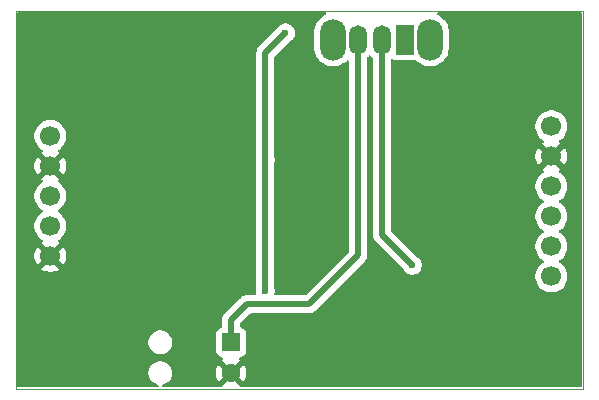
<source format=gbl>
G04 #@! TF.GenerationSoftware,KiCad,Pcbnew,9.0.2*
G04 #@! TF.CreationDate,2025-09-03T17:26:11+01:00*
G04 #@! TF.ProjectId,mito,6d69746f-2e6b-4696-9361-645f70636258,rev?*
G04 #@! TF.SameCoordinates,Original*
G04 #@! TF.FileFunction,Copper,L2,Bot*
G04 #@! TF.FilePolarity,Positive*
%FSLAX46Y46*%
G04 Gerber Fmt 4.6, Leading zero omitted, Abs format (unit mm)*
G04 Created by KiCad (PCBNEW 9.0.2) date 2025-09-03 17:26:11*
%MOMM*%
%LPD*%
G01*
G04 APERTURE LIST*
G04 Aperture macros list*
%AMRoundRect*
0 Rectangle with rounded corners*
0 $1 Rounding radius*
0 $2 $3 $4 $5 $6 $7 $8 $9 X,Y pos of 4 corners*
0 Add a 4 corners polygon primitive as box body*
4,1,4,$2,$3,$4,$5,$6,$7,$8,$9,$2,$3,0*
0 Add four circle primitives for the rounded corners*
1,1,$1+$1,$2,$3*
1,1,$1+$1,$4,$5*
1,1,$1+$1,$6,$7*
1,1,$1+$1,$8,$9*
0 Add four rect primitives between the rounded corners*
20,1,$1+$1,$2,$3,$4,$5,0*
20,1,$1+$1,$4,$5,$6,$7,0*
20,1,$1+$1,$6,$7,$8,$9,0*
20,1,$1+$1,$8,$9,$2,$3,0*%
G04 Aperture macros list end*
G04 #@! TA.AperFunction,ComponentPad*
%ADD10RoundRect,0.250000X-0.550000X0.550000X-0.550000X-0.550000X0.550000X-0.550000X0.550000X0.550000X0*%
G04 #@! TD*
G04 #@! TA.AperFunction,ComponentPad*
%ADD11C,1.600000*%
G04 #@! TD*
G04 #@! TA.AperFunction,ComponentPad*
%ADD12C,1.700000*%
G04 #@! TD*
G04 #@! TA.AperFunction,ComponentPad*
%ADD13O,2.200000X3.500000*%
G04 #@! TD*
G04 #@! TA.AperFunction,ComponentPad*
%ADD14R,1.500000X2.500000*%
G04 #@! TD*
G04 #@! TA.AperFunction,ComponentPad*
%ADD15O,1.500000X2.500000*%
G04 #@! TD*
G04 #@! TA.AperFunction,ComponentPad*
%ADD16C,3.600000*%
G04 #@! TD*
G04 #@! TA.AperFunction,ViaPad*
%ADD17C,0.600000*%
G04 #@! TD*
G04 #@! TA.AperFunction,Conductor*
%ADD18C,0.508000*%
G04 #@! TD*
G04 #@! TA.AperFunction,Profile*
%ADD19C,0.050000*%
G04 #@! TD*
G04 APERTURE END LIST*
D10*
X151200000Y-114075000D03*
D11*
X151200000Y-116675000D03*
D12*
X178325000Y-95790000D03*
X178325000Y-98330000D03*
X178325000Y-100870000D03*
X178325000Y-103410000D03*
X178325000Y-105950000D03*
X178325000Y-108490000D03*
D13*
X168050000Y-88450000D03*
X159850000Y-88450000D03*
D14*
X165950000Y-88450000D03*
D15*
X163950000Y-88450000D03*
X161950000Y-88450000D03*
D12*
X135900000Y-96600000D03*
X135900000Y-99140000D03*
X135900000Y-101680000D03*
X135900000Y-104220000D03*
X135900000Y-106760000D03*
D16*
X137000000Y-113950000D03*
X177000000Y-113950000D03*
X137000000Y-89950000D03*
X177000000Y-89950000D03*
D17*
X154100000Y-112300000D03*
X150975000Y-94025000D03*
X147975000Y-94050000D03*
X144400000Y-93850000D03*
X141400000Y-93850000D03*
X153025000Y-103100000D03*
X147700000Y-105650000D03*
X140160000Y-106280000D03*
X155810000Y-87880000D03*
X154100000Y-98650000D03*
X154100000Y-109725000D03*
X166550000Y-107550000D03*
X168600000Y-110850000D03*
D18*
X151200000Y-112200000D02*
X151200000Y-114075000D01*
X151200000Y-112200000D02*
X152550000Y-110850000D01*
X152550000Y-110850000D02*
X157800000Y-110850000D01*
X161950000Y-106700000D02*
X157800000Y-110850000D01*
X166550000Y-107550000D02*
X163950000Y-104950000D01*
X163950000Y-104950000D02*
X163950000Y-88450000D01*
X161950000Y-106700000D02*
X161950000Y-88450000D01*
X154100000Y-89590000D02*
X155810000Y-87880000D01*
X154100000Y-98650000D02*
X154100000Y-109725000D01*
X154100000Y-98650000D02*
X154100000Y-89590000D01*
G04 #@! TA.AperFunction,Conductor*
G36*
X159207454Y-86121785D02*
G01*
X159253209Y-86174589D01*
X159263153Y-86243747D01*
X159234128Y-86307303D01*
X159196710Y-86336585D01*
X159011151Y-86431132D01*
X158807350Y-86579201D01*
X158807345Y-86579205D01*
X158629205Y-86757345D01*
X158629201Y-86757350D01*
X158481132Y-86961151D01*
X158366760Y-87185616D01*
X158288910Y-87425214D01*
X158249500Y-87674038D01*
X158249500Y-89225961D01*
X158288910Y-89474785D01*
X158366760Y-89714383D01*
X158412662Y-89804469D01*
X158466629Y-89910386D01*
X158481132Y-89938848D01*
X158629201Y-90142649D01*
X158629205Y-90142654D01*
X158807345Y-90320794D01*
X158807350Y-90320798D01*
X158985117Y-90449952D01*
X159011155Y-90468870D01*
X159154184Y-90541747D01*
X159235616Y-90583239D01*
X159235618Y-90583239D01*
X159235621Y-90583241D01*
X159475215Y-90661090D01*
X159724038Y-90700500D01*
X159724039Y-90700500D01*
X159975961Y-90700500D01*
X159975962Y-90700500D01*
X160224785Y-90661090D01*
X160464379Y-90583241D01*
X160688845Y-90468870D01*
X160892656Y-90320793D01*
X160983819Y-90229630D01*
X161045142Y-90196145D01*
X161114834Y-90201129D01*
X161170767Y-90243001D01*
X161195184Y-90308465D01*
X161195500Y-90317311D01*
X161195500Y-106336113D01*
X161175815Y-106403152D01*
X161159181Y-106423794D01*
X157523794Y-110059181D01*
X157462471Y-110092666D01*
X157436113Y-110095500D01*
X154993580Y-110095500D01*
X154926541Y-110075815D01*
X154880786Y-110023011D01*
X154870842Y-109953853D01*
X154871963Y-109947309D01*
X154900499Y-109803846D01*
X154900500Y-109803844D01*
X154900500Y-109646155D01*
X154900499Y-109646153D01*
X154869739Y-109491511D01*
X154869738Y-109491508D01*
X154869737Y-109491503D01*
X154863937Y-109477501D01*
X154854500Y-109430053D01*
X154854500Y-98944947D01*
X154863939Y-98897494D01*
X154869737Y-98883497D01*
X154900500Y-98728842D01*
X154900500Y-98571158D01*
X154900500Y-98571155D01*
X154900499Y-98571153D01*
X154869739Y-98416511D01*
X154869738Y-98416508D01*
X154869737Y-98416503D01*
X154863937Y-98402501D01*
X154854500Y-98355053D01*
X154854500Y-89953885D01*
X154874185Y-89886846D01*
X154890814Y-89866209D01*
X156134953Y-88622069D01*
X156175176Y-88595193D01*
X156189179Y-88589394D01*
X156320289Y-88501789D01*
X156431789Y-88390289D01*
X156519394Y-88259179D01*
X156579737Y-88113497D01*
X156610500Y-87958842D01*
X156610500Y-87801158D01*
X156610500Y-87801155D01*
X156610499Y-87801153D01*
X156579738Y-87646510D01*
X156579737Y-87646503D01*
X156541855Y-87555047D01*
X156519397Y-87500827D01*
X156519390Y-87500814D01*
X156431789Y-87369711D01*
X156431786Y-87369707D01*
X156320292Y-87258213D01*
X156320288Y-87258210D01*
X156189185Y-87170609D01*
X156189172Y-87170602D01*
X156043501Y-87110264D01*
X156043489Y-87110261D01*
X155888845Y-87079500D01*
X155888842Y-87079500D01*
X155731158Y-87079500D01*
X155731155Y-87079500D01*
X155576510Y-87110261D01*
X155576498Y-87110264D01*
X155430827Y-87170602D01*
X155430814Y-87170609D01*
X155299711Y-87258210D01*
X155299707Y-87258213D01*
X155188213Y-87369707D01*
X155188207Y-87369715D01*
X155100607Y-87500817D01*
X155094805Y-87514825D01*
X155067927Y-87555047D01*
X153513943Y-89109030D01*
X153513942Y-89109031D01*
X153431369Y-89232612D01*
X153431367Y-89232615D01*
X153427139Y-89242825D01*
X153427138Y-89242827D01*
X153376961Y-89363968D01*
X153376959Y-89363974D01*
X153374493Y-89369925D01*
X153374493Y-89369926D01*
X153345499Y-89515685D01*
X153345499Y-89670425D01*
X153345500Y-89670446D01*
X153345500Y-98355053D01*
X153336062Y-98402501D01*
X153330263Y-98416503D01*
X153330262Y-98416506D01*
X153330260Y-98416511D01*
X153299500Y-98571153D01*
X153299500Y-98728846D01*
X153330261Y-98883489D01*
X153330263Y-98883497D01*
X153336061Y-98897494D01*
X153345500Y-98944947D01*
X153345500Y-109430053D01*
X153336062Y-109477501D01*
X153330263Y-109491503D01*
X153330262Y-109491506D01*
X153330260Y-109491511D01*
X153299500Y-109646153D01*
X153299500Y-109803846D01*
X153328037Y-109947309D01*
X153321810Y-110016900D01*
X153278947Y-110072078D01*
X153213057Y-110095322D01*
X153206420Y-110095500D01*
X152475683Y-110095500D01*
X152329927Y-110124493D01*
X152329919Y-110124495D01*
X152192608Y-110181371D01*
X152069035Y-110263939D01*
X152069034Y-110263940D01*
X152016488Y-110316487D01*
X151963941Y-110369034D01*
X151963939Y-110369036D01*
X150613943Y-111719030D01*
X150613942Y-111719031D01*
X150531372Y-111842607D01*
X150531366Y-111842618D01*
X150474496Y-111979916D01*
X150474493Y-111979926D01*
X150445499Y-112125685D01*
X150445499Y-112280425D01*
X150445500Y-112280446D01*
X150445500Y-112712592D01*
X150425815Y-112779631D01*
X150373011Y-112825386D01*
X150360506Y-112830297D01*
X150330668Y-112840184D01*
X150181342Y-112932289D01*
X150057289Y-113056342D01*
X149965187Y-113205663D01*
X149965186Y-113205666D01*
X149910001Y-113372203D01*
X149910001Y-113372204D01*
X149910000Y-113372204D01*
X149899500Y-113474983D01*
X149899500Y-114675001D01*
X149899501Y-114675018D01*
X149910000Y-114777796D01*
X149910001Y-114777799D01*
X149965185Y-114944331D01*
X149965186Y-114944334D01*
X150057288Y-115093656D01*
X150181344Y-115217712D01*
X150330666Y-115309814D01*
X150469870Y-115355942D01*
X150527313Y-115395712D01*
X150554136Y-115460228D01*
X150541821Y-115529004D01*
X150503750Y-115573964D01*
X150474077Y-115595522D01*
X150474077Y-115595524D01*
X151200000Y-116321446D01*
X151925922Y-115595524D01*
X151925921Y-115595522D01*
X151896250Y-115573965D01*
X151853584Y-115518635D01*
X151847605Y-115449022D01*
X151880211Y-115387227D01*
X151930129Y-115355941D01*
X152069334Y-115309814D01*
X152218656Y-115217712D01*
X152342712Y-115093656D01*
X152434814Y-114944334D01*
X152489999Y-114777797D01*
X152500500Y-114675009D01*
X152500499Y-113474992D01*
X152489999Y-113372203D01*
X152434814Y-113205666D01*
X152342712Y-113056344D01*
X152218656Y-112932288D01*
X152069334Y-112840186D01*
X152069332Y-112840185D01*
X152069330Y-112840184D01*
X152069331Y-112840184D01*
X152039494Y-112830297D01*
X152019462Y-112816427D01*
X151997297Y-112806305D01*
X151991248Y-112796892D01*
X151982050Y-112790524D01*
X151972696Y-112768025D01*
X151959523Y-112747527D01*
X151957063Y-112730422D01*
X151955228Y-112726007D01*
X151954500Y-112712592D01*
X151954500Y-112563886D01*
X151974185Y-112496847D01*
X151990819Y-112476205D01*
X152826205Y-111640819D01*
X152887528Y-111607334D01*
X152913886Y-111604500D01*
X157719554Y-111604500D01*
X157719574Y-111604501D01*
X157725688Y-111604501D01*
X157874314Y-111604501D01*
X157911009Y-111597200D01*
X157995894Y-111580315D01*
X158020080Y-111575505D01*
X158076955Y-111551946D01*
X158157389Y-111518630D01*
X158280966Y-111436059D01*
X162430963Y-107286060D01*
X162430966Y-107286059D01*
X162536059Y-107180966D01*
X162618629Y-107057390D01*
X162675505Y-106920080D01*
X162704500Y-106774312D01*
X162704500Y-90010707D01*
X162713470Y-89980157D01*
X162720842Y-89949178D01*
X162723407Y-89946316D01*
X162724185Y-89943668D01*
X162742538Y-89921340D01*
X162748697Y-89915414D01*
X162764646Y-89903828D01*
X162863171Y-89805302D01*
X162864038Y-89804469D01*
X162894002Y-89788854D01*
X162923642Y-89772670D01*
X162924889Y-89772759D01*
X162925999Y-89772181D01*
X162959645Y-89775244D01*
X162993334Y-89777654D01*
X162994527Y-89778421D01*
X162995581Y-89778517D01*
X162999832Y-89781830D01*
X163037681Y-89806155D01*
X163135354Y-89903828D01*
X163144383Y-89910388D01*
X163187050Y-89965715D01*
X163195500Y-90010707D01*
X163195500Y-104870552D01*
X163195499Y-104870578D01*
X163195499Y-104875688D01*
X163195499Y-105024312D01*
X163195499Y-105024314D01*
X163195498Y-105024314D01*
X163224493Y-105170073D01*
X163224496Y-105170083D01*
X163281366Y-105307381D01*
X163281372Y-105307392D01*
X163363942Y-105430968D01*
X163363943Y-105430969D01*
X165807926Y-107874950D01*
X165834805Y-107915176D01*
X165840604Y-107929175D01*
X165840607Y-107929181D01*
X165928207Y-108060284D01*
X165928213Y-108060292D01*
X166039707Y-108171786D01*
X166039711Y-108171789D01*
X166170814Y-108259390D01*
X166170827Y-108259397D01*
X166316498Y-108319735D01*
X166316503Y-108319737D01*
X166471153Y-108350499D01*
X166471156Y-108350500D01*
X166471158Y-108350500D01*
X166628844Y-108350500D01*
X166628845Y-108350499D01*
X166783497Y-108319737D01*
X166929179Y-108259394D01*
X167060289Y-108171789D01*
X167171789Y-108060289D01*
X167259394Y-107929179D01*
X167319737Y-107783497D01*
X167350500Y-107628842D01*
X167350500Y-107471158D01*
X167350500Y-107471155D01*
X167350499Y-107471153D01*
X167348259Y-107459890D01*
X167319737Y-107316503D01*
X167281965Y-107225312D01*
X167259397Y-107170827D01*
X167259390Y-107170814D01*
X167171789Y-107039711D01*
X167171786Y-107039707D01*
X167060292Y-106928213D01*
X167060284Y-106928207D01*
X166929181Y-106840607D01*
X166929175Y-106840604D01*
X166915176Y-106834805D01*
X166874950Y-106807926D01*
X164740819Y-104673794D01*
X164707334Y-104612471D01*
X164704500Y-104586113D01*
X164704500Y-95683713D01*
X176974500Y-95683713D01*
X176974500Y-95896286D01*
X177007753Y-96106239D01*
X177073444Y-96308414D01*
X177169951Y-96497820D01*
X177294890Y-96669786D01*
X177445213Y-96820109D01*
X177617179Y-96945048D01*
X177617181Y-96945049D01*
X177617184Y-96945051D01*
X177626493Y-96949794D01*
X177677290Y-96997766D01*
X177694087Y-97065587D01*
X177671552Y-97131722D01*
X177626505Y-97170760D01*
X177617446Y-97175376D01*
X177617440Y-97175380D01*
X177563282Y-97214727D01*
X177563282Y-97214728D01*
X178195591Y-97847037D01*
X178132007Y-97864075D01*
X178017993Y-97929901D01*
X177924901Y-98022993D01*
X177859075Y-98137007D01*
X177842037Y-98200591D01*
X177209728Y-97568282D01*
X177209727Y-97568282D01*
X177170380Y-97622439D01*
X177073904Y-97811782D01*
X177008242Y-98013869D01*
X177008242Y-98013872D01*
X176975000Y-98223753D01*
X176975000Y-98436246D01*
X177008242Y-98646127D01*
X177008242Y-98646130D01*
X177073904Y-98848217D01*
X177170375Y-99037550D01*
X177209728Y-99091716D01*
X177842037Y-98459408D01*
X177859075Y-98522993D01*
X177924901Y-98637007D01*
X178017993Y-98730099D01*
X178132007Y-98795925D01*
X178195590Y-98812962D01*
X177563282Y-99445269D01*
X177563282Y-99445270D01*
X177617452Y-99484626D01*
X177617451Y-99484626D01*
X177626495Y-99489234D01*
X177677292Y-99537208D01*
X177694087Y-99605029D01*
X177671550Y-99671164D01*
X177626499Y-99710202D01*
X177617182Y-99714949D01*
X177445213Y-99839890D01*
X177294890Y-99990213D01*
X177169951Y-100162179D01*
X177073444Y-100351585D01*
X177007753Y-100553760D01*
X176974500Y-100763713D01*
X176974500Y-100976286D01*
X177007753Y-101186239D01*
X177073444Y-101388414D01*
X177169951Y-101577820D01*
X177294890Y-101749786D01*
X177445213Y-101900109D01*
X177617182Y-102025050D01*
X177625946Y-102029516D01*
X177676742Y-102077491D01*
X177693536Y-102145312D01*
X177670998Y-102211447D01*
X177625946Y-102250484D01*
X177617182Y-102254949D01*
X177445213Y-102379890D01*
X177294890Y-102530213D01*
X177169951Y-102702179D01*
X177073444Y-102891585D01*
X177007753Y-103093760D01*
X176974500Y-103303713D01*
X176974500Y-103516286D01*
X177007753Y-103726239D01*
X177073444Y-103928414D01*
X177169951Y-104117820D01*
X177294890Y-104289786D01*
X177445213Y-104440109D01*
X177617182Y-104565050D01*
X177625946Y-104569516D01*
X177676742Y-104617491D01*
X177693536Y-104685312D01*
X177670998Y-104751447D01*
X177625946Y-104790484D01*
X177617182Y-104794949D01*
X177445213Y-104919890D01*
X177294890Y-105070213D01*
X177169951Y-105242179D01*
X177073444Y-105431585D01*
X177007753Y-105633760D01*
X176974500Y-105843713D01*
X176974500Y-106056286D01*
X177003879Y-106241782D01*
X177007754Y-106266243D01*
X177065469Y-106443872D01*
X177073444Y-106468414D01*
X177169951Y-106657820D01*
X177294890Y-106829786D01*
X177445213Y-106980109D01*
X177617182Y-107105050D01*
X177625946Y-107109516D01*
X177676742Y-107157491D01*
X177693536Y-107225312D01*
X177670998Y-107291447D01*
X177625946Y-107330484D01*
X177617182Y-107334949D01*
X177445213Y-107459890D01*
X177294890Y-107610213D01*
X177169951Y-107782179D01*
X177073444Y-107971585D01*
X177007753Y-108173760D01*
X176974500Y-108383713D01*
X176974500Y-108596286D01*
X177007753Y-108806239D01*
X177073444Y-109008414D01*
X177169951Y-109197820D01*
X177294890Y-109369786D01*
X177445213Y-109520109D01*
X177617179Y-109645048D01*
X177617181Y-109645049D01*
X177617184Y-109645051D01*
X177806588Y-109741557D01*
X178008757Y-109807246D01*
X178218713Y-109840500D01*
X178218714Y-109840500D01*
X178431286Y-109840500D01*
X178431287Y-109840500D01*
X178641243Y-109807246D01*
X178843412Y-109741557D01*
X179032816Y-109645051D01*
X179054789Y-109629086D01*
X179204786Y-109520109D01*
X179204788Y-109520106D01*
X179204792Y-109520104D01*
X179355104Y-109369792D01*
X179355106Y-109369788D01*
X179355109Y-109369786D01*
X179480048Y-109197820D01*
X179480047Y-109197820D01*
X179480051Y-109197816D01*
X179576557Y-109008412D01*
X179642246Y-108806243D01*
X179675500Y-108596287D01*
X179675500Y-108383713D01*
X179642246Y-108173757D01*
X179576557Y-107971588D01*
X179480051Y-107782184D01*
X179480049Y-107782181D01*
X179480048Y-107782179D01*
X179355109Y-107610213D01*
X179204786Y-107459890D01*
X179032820Y-107334951D01*
X179032115Y-107334591D01*
X179024054Y-107330485D01*
X178973259Y-107282512D01*
X178956463Y-107214692D01*
X178978999Y-107148556D01*
X179024054Y-107109515D01*
X179032816Y-107105051D01*
X179072627Y-107076127D01*
X179204786Y-106980109D01*
X179204788Y-106980106D01*
X179204792Y-106980104D01*
X179355104Y-106829792D01*
X179355106Y-106829788D01*
X179355109Y-106829786D01*
X179480048Y-106657820D01*
X179480047Y-106657820D01*
X179480051Y-106657816D01*
X179576557Y-106468412D01*
X179642246Y-106266243D01*
X179675500Y-106056287D01*
X179675500Y-105843713D01*
X179642246Y-105633757D01*
X179576557Y-105431588D01*
X179480051Y-105242184D01*
X179480049Y-105242181D01*
X179480048Y-105242179D01*
X179355109Y-105070213D01*
X179204786Y-104919890D01*
X179032820Y-104794951D01*
X179032115Y-104794591D01*
X179024054Y-104790485D01*
X178973259Y-104742512D01*
X178956463Y-104674692D01*
X178978999Y-104608556D01*
X179024054Y-104569515D01*
X179032816Y-104565051D01*
X179072473Y-104536239D01*
X179204786Y-104440109D01*
X179204788Y-104440106D01*
X179204792Y-104440104D01*
X179355104Y-104289792D01*
X179355106Y-104289788D01*
X179355109Y-104289786D01*
X179480048Y-104117820D01*
X179480047Y-104117820D01*
X179480051Y-104117816D01*
X179576557Y-103928412D01*
X179642246Y-103726243D01*
X179675500Y-103516287D01*
X179675500Y-103303713D01*
X179642246Y-103093757D01*
X179576557Y-102891588D01*
X179480051Y-102702184D01*
X179480049Y-102702181D01*
X179480048Y-102702179D01*
X179355109Y-102530213D01*
X179204786Y-102379890D01*
X179032820Y-102254951D01*
X179032115Y-102254591D01*
X179024054Y-102250485D01*
X178973259Y-102202512D01*
X178956463Y-102134692D01*
X178978999Y-102068556D01*
X179024054Y-102029515D01*
X179032816Y-102025051D01*
X179072473Y-101996239D01*
X179204786Y-101900109D01*
X179204788Y-101900106D01*
X179204792Y-101900104D01*
X179355104Y-101749792D01*
X179355106Y-101749788D01*
X179355109Y-101749786D01*
X179480048Y-101577820D01*
X179480047Y-101577820D01*
X179480051Y-101577816D01*
X179576557Y-101388412D01*
X179642246Y-101186243D01*
X179675500Y-100976287D01*
X179675500Y-100763713D01*
X179642246Y-100553757D01*
X179576557Y-100351588D01*
X179480051Y-100162184D01*
X179480049Y-100162181D01*
X179480048Y-100162179D01*
X179355109Y-99990213D01*
X179204786Y-99839890D01*
X179032817Y-99714949D01*
X179023504Y-99710204D01*
X178972707Y-99662230D01*
X178955912Y-99594409D01*
X178978449Y-99528274D01*
X179023507Y-99489232D01*
X179032555Y-99484622D01*
X179086716Y-99445270D01*
X179086717Y-99445270D01*
X178454408Y-98812962D01*
X178517993Y-98795925D01*
X178632007Y-98730099D01*
X178725099Y-98637007D01*
X178790925Y-98522993D01*
X178807962Y-98459408D01*
X179440270Y-99091717D01*
X179440270Y-99091716D01*
X179479622Y-99037554D01*
X179576095Y-98848217D01*
X179641757Y-98646130D01*
X179641757Y-98646127D01*
X179675000Y-98436246D01*
X179675000Y-98223753D01*
X179641757Y-98013872D01*
X179641757Y-98013869D01*
X179576095Y-97811782D01*
X179479624Y-97622449D01*
X179440270Y-97568282D01*
X179440269Y-97568282D01*
X178807962Y-98200590D01*
X178790925Y-98137007D01*
X178725099Y-98022993D01*
X178632007Y-97929901D01*
X178517993Y-97864075D01*
X178454409Y-97847037D01*
X179086716Y-97214728D01*
X179032547Y-97175373D01*
X179032547Y-97175372D01*
X179023500Y-97170763D01*
X178972706Y-97122788D01*
X178955912Y-97054966D01*
X178978451Y-96988832D01*
X179023508Y-96949793D01*
X179032816Y-96945051D01*
X179112007Y-96887515D01*
X179204786Y-96820109D01*
X179204788Y-96820106D01*
X179204792Y-96820104D01*
X179355104Y-96669792D01*
X179355106Y-96669788D01*
X179355109Y-96669786D01*
X179480048Y-96497820D01*
X179480047Y-96497820D01*
X179480051Y-96497816D01*
X179576557Y-96308412D01*
X179642246Y-96106243D01*
X179675500Y-95896287D01*
X179675500Y-95683713D01*
X179642246Y-95473757D01*
X179576557Y-95271588D01*
X179480051Y-95082184D01*
X179480049Y-95082181D01*
X179480048Y-95082179D01*
X179355109Y-94910213D01*
X179204786Y-94759890D01*
X179032820Y-94634951D01*
X178843414Y-94538444D01*
X178843413Y-94538443D01*
X178843412Y-94538443D01*
X178641243Y-94472754D01*
X178641241Y-94472753D01*
X178641240Y-94472753D01*
X178479957Y-94447208D01*
X178431287Y-94439500D01*
X178218713Y-94439500D01*
X178170042Y-94447208D01*
X178008760Y-94472753D01*
X177806585Y-94538444D01*
X177617179Y-94634951D01*
X177445213Y-94759890D01*
X177294890Y-94910213D01*
X177169951Y-95082179D01*
X177073444Y-95271585D01*
X177007753Y-95473760D01*
X176974500Y-95683713D01*
X164704500Y-95683713D01*
X164704500Y-90201995D01*
X164724185Y-90134956D01*
X164776989Y-90089201D01*
X164846147Y-90079257D01*
X164902808Y-90102727D01*
X164957668Y-90143795D01*
X164957671Y-90143797D01*
X165092517Y-90194091D01*
X165092516Y-90194091D01*
X165099444Y-90194835D01*
X165152127Y-90200500D01*
X166747872Y-90200499D01*
X166807483Y-90194091D01*
X166807486Y-90194089D01*
X166814554Y-90193330D01*
X166883314Y-90205736D01*
X166915490Y-90228939D01*
X167007345Y-90320794D01*
X167007350Y-90320798D01*
X167185117Y-90449952D01*
X167211155Y-90468870D01*
X167354184Y-90541747D01*
X167435616Y-90583239D01*
X167435618Y-90583239D01*
X167435621Y-90583241D01*
X167675215Y-90661090D01*
X167924038Y-90700500D01*
X167924039Y-90700500D01*
X168175961Y-90700500D01*
X168175962Y-90700500D01*
X168424785Y-90661090D01*
X168664379Y-90583241D01*
X168888845Y-90468870D01*
X169092656Y-90320793D01*
X169270793Y-90142656D01*
X169418870Y-89938845D01*
X169533241Y-89714379D01*
X169611090Y-89474785D01*
X169650500Y-89225962D01*
X169650500Y-87674038D01*
X169611090Y-87425215D01*
X169533241Y-87185621D01*
X169533239Y-87185618D01*
X169533239Y-87185616D01*
X169479170Y-87079500D01*
X169418870Y-86961155D01*
X169370986Y-86895248D01*
X169270798Y-86757350D01*
X169270794Y-86757345D01*
X169092654Y-86579205D01*
X169092649Y-86579201D01*
X168888848Y-86431132D01*
X168888847Y-86431131D01*
X168888845Y-86431130D01*
X168703290Y-86336585D01*
X168652494Y-86288610D01*
X168635699Y-86220789D01*
X168658236Y-86154654D01*
X168712951Y-86111203D01*
X168759585Y-86102100D01*
X180773900Y-86102100D01*
X180840939Y-86121785D01*
X180886694Y-86174589D01*
X180897900Y-86226100D01*
X180897900Y-117773900D01*
X180878215Y-117840939D01*
X180825411Y-117886694D01*
X180773900Y-117897900D01*
X152048777Y-117897900D01*
X151981738Y-117878215D01*
X151935983Y-117825411D01*
X151925159Y-117764171D01*
X151925922Y-117754474D01*
X151200000Y-117028553D01*
X150474076Y-117754474D01*
X150474840Y-117764171D01*
X150460476Y-117832549D01*
X150411424Y-117882305D01*
X150351222Y-117897900D01*
X145439453Y-117897900D01*
X145372414Y-117878215D01*
X145326659Y-117825411D01*
X145316715Y-117756253D01*
X145345740Y-117692697D01*
X145404518Y-117654923D01*
X145415262Y-117652283D01*
X145450785Y-117645216D01*
X145491835Y-117637051D01*
X145673914Y-117561632D01*
X145837782Y-117452139D01*
X145977139Y-117312782D01*
X146086632Y-117148914D01*
X146162051Y-116966835D01*
X146200500Y-116773541D01*
X146200500Y-116576459D01*
X146199749Y-116572682D01*
X149900000Y-116572682D01*
X149900000Y-116777317D01*
X149932009Y-116979417D01*
X149995244Y-117174031D01*
X150088141Y-117356350D01*
X150088147Y-117356359D01*
X150120523Y-117400921D01*
X150120524Y-117400922D01*
X150846446Y-116675001D01*
X150846446Y-116674999D01*
X150806951Y-116635504D01*
X150900000Y-116635504D01*
X150900000Y-116714496D01*
X150920444Y-116790796D01*
X150959940Y-116859205D01*
X151015795Y-116915060D01*
X151084204Y-116954556D01*
X151160504Y-116975000D01*
X151239496Y-116975000D01*
X151315796Y-116954556D01*
X151384205Y-116915060D01*
X151440060Y-116859205D01*
X151479556Y-116790796D01*
X151500000Y-116714496D01*
X151500000Y-116674999D01*
X151553553Y-116674999D01*
X151553553Y-116675000D01*
X152279474Y-117400921D01*
X152311859Y-117356349D01*
X152404755Y-117174031D01*
X152467990Y-116979417D01*
X152500000Y-116777317D01*
X152500000Y-116572682D01*
X152467990Y-116370582D01*
X152404755Y-116175968D01*
X152311859Y-115993650D01*
X152279474Y-115949077D01*
X152279474Y-115949076D01*
X151553553Y-116674999D01*
X151500000Y-116674999D01*
X151500000Y-116635504D01*
X151479556Y-116559204D01*
X151440060Y-116490795D01*
X151384205Y-116434940D01*
X151315796Y-116395444D01*
X151239496Y-116375000D01*
X151160504Y-116375000D01*
X151084204Y-116395444D01*
X151015795Y-116434940D01*
X150959940Y-116490795D01*
X150920444Y-116559204D01*
X150900000Y-116635504D01*
X150806951Y-116635504D01*
X150120524Y-115949077D01*
X150120523Y-115949077D01*
X150088143Y-115993644D01*
X149995244Y-116175968D01*
X149932009Y-116370582D01*
X149900000Y-116572682D01*
X146199749Y-116572682D01*
X146162051Y-116383165D01*
X146156839Y-116370582D01*
X146086635Y-116201092D01*
X146086628Y-116201079D01*
X145977139Y-116037218D01*
X145977136Y-116037214D01*
X145837785Y-115897863D01*
X145837781Y-115897860D01*
X145673920Y-115788371D01*
X145673907Y-115788364D01*
X145491839Y-115712950D01*
X145491829Y-115712947D01*
X145298543Y-115674500D01*
X145298541Y-115674500D01*
X145101459Y-115674500D01*
X145101457Y-115674500D01*
X144908170Y-115712947D01*
X144908160Y-115712950D01*
X144726092Y-115788364D01*
X144726079Y-115788371D01*
X144562218Y-115897860D01*
X144562214Y-115897863D01*
X144422863Y-116037214D01*
X144422860Y-116037218D01*
X144313371Y-116201079D01*
X144313364Y-116201092D01*
X144237950Y-116383160D01*
X144237947Y-116383170D01*
X144199500Y-116576456D01*
X144199500Y-116576458D01*
X144199500Y-116576459D01*
X144199500Y-116773541D01*
X144199500Y-116773543D01*
X144199499Y-116773543D01*
X144237947Y-116966829D01*
X144237950Y-116966839D01*
X144313364Y-117148907D01*
X144313371Y-117148920D01*
X144422860Y-117312781D01*
X144422863Y-117312785D01*
X144562214Y-117452136D01*
X144562218Y-117452139D01*
X144726079Y-117561628D01*
X144726092Y-117561635D01*
X144908160Y-117637049D01*
X144908165Y-117637051D01*
X144941399Y-117643661D01*
X144984738Y-117652283D01*
X145046649Y-117684668D01*
X145081224Y-117745384D01*
X145077484Y-117815153D01*
X145036617Y-117871825D01*
X144971599Y-117897406D01*
X144960547Y-117897900D01*
X133226100Y-117897900D01*
X133159061Y-117878215D01*
X133113306Y-117825411D01*
X133102100Y-117773900D01*
X133102100Y-114173543D01*
X144199499Y-114173543D01*
X144237947Y-114366829D01*
X144237950Y-114366839D01*
X144313364Y-114548907D01*
X144313371Y-114548920D01*
X144422860Y-114712781D01*
X144422863Y-114712785D01*
X144562214Y-114852136D01*
X144562218Y-114852139D01*
X144726079Y-114961628D01*
X144726092Y-114961635D01*
X144908160Y-115037049D01*
X144908165Y-115037051D01*
X144908169Y-115037051D01*
X144908170Y-115037052D01*
X145101456Y-115075500D01*
X145101459Y-115075500D01*
X145298543Y-115075500D01*
X145428582Y-115049632D01*
X145491835Y-115037051D01*
X145673914Y-114961632D01*
X145837782Y-114852139D01*
X145977139Y-114712782D01*
X146086632Y-114548914D01*
X146162051Y-114366835D01*
X146200500Y-114173541D01*
X146200500Y-113976459D01*
X146200500Y-113976456D01*
X146162052Y-113783170D01*
X146162051Y-113783169D01*
X146162051Y-113783165D01*
X146162049Y-113783160D01*
X146086635Y-113601092D01*
X146086628Y-113601079D01*
X145977139Y-113437218D01*
X145977136Y-113437214D01*
X145837785Y-113297863D01*
X145837781Y-113297860D01*
X145673920Y-113188371D01*
X145673907Y-113188364D01*
X145491839Y-113112950D01*
X145491829Y-113112947D01*
X145298543Y-113074500D01*
X145298541Y-113074500D01*
X145101459Y-113074500D01*
X145101457Y-113074500D01*
X144908170Y-113112947D01*
X144908160Y-113112950D01*
X144726092Y-113188364D01*
X144726079Y-113188371D01*
X144562218Y-113297860D01*
X144562214Y-113297863D01*
X144422863Y-113437214D01*
X144422860Y-113437218D01*
X144313371Y-113601079D01*
X144313364Y-113601092D01*
X144237950Y-113783160D01*
X144237947Y-113783170D01*
X144199500Y-113976456D01*
X144199500Y-113976459D01*
X144199500Y-114173541D01*
X144199500Y-114173543D01*
X144199499Y-114173543D01*
X133102100Y-114173543D01*
X133102100Y-96493713D01*
X134549500Y-96493713D01*
X134549500Y-96706287D01*
X134582754Y-96916243D01*
X134623471Y-97041557D01*
X134648444Y-97118414D01*
X134744951Y-97307820D01*
X134869890Y-97479786D01*
X135020213Y-97630109D01*
X135192179Y-97755048D01*
X135192181Y-97755049D01*
X135192184Y-97755051D01*
X135201493Y-97759794D01*
X135252290Y-97807766D01*
X135269087Y-97875587D01*
X135246552Y-97941722D01*
X135201505Y-97980760D01*
X135192446Y-97985376D01*
X135192440Y-97985380D01*
X135138282Y-98024727D01*
X135138282Y-98024728D01*
X135770591Y-98657037D01*
X135707007Y-98674075D01*
X135592993Y-98739901D01*
X135499901Y-98832993D01*
X135434075Y-98947007D01*
X135417037Y-99010591D01*
X134784728Y-98378282D01*
X134784727Y-98378282D01*
X134745380Y-98432439D01*
X134648904Y-98621782D01*
X134583242Y-98823869D01*
X134583242Y-98823872D01*
X134550000Y-99033753D01*
X134550000Y-99246246D01*
X134583242Y-99456127D01*
X134583242Y-99456130D01*
X134648904Y-99658217D01*
X134745375Y-99847550D01*
X134784728Y-99901716D01*
X135417037Y-99269408D01*
X135434075Y-99332993D01*
X135499901Y-99447007D01*
X135592993Y-99540099D01*
X135707007Y-99605925D01*
X135770590Y-99622962D01*
X135138282Y-100255269D01*
X135138282Y-100255270D01*
X135192452Y-100294626D01*
X135192451Y-100294626D01*
X135201495Y-100299234D01*
X135252292Y-100347208D01*
X135269087Y-100415029D01*
X135246550Y-100481164D01*
X135201499Y-100520202D01*
X135192182Y-100524949D01*
X135020213Y-100649890D01*
X134869890Y-100800213D01*
X134744951Y-100972179D01*
X134648444Y-101161585D01*
X134582753Y-101363760D01*
X134549500Y-101573713D01*
X134549500Y-101786287D01*
X134582754Y-101996243D01*
X134635456Y-102158443D01*
X134648444Y-102198414D01*
X134744951Y-102387820D01*
X134869890Y-102559786D01*
X135020213Y-102710109D01*
X135192182Y-102835050D01*
X135200946Y-102839516D01*
X135251742Y-102887491D01*
X135268536Y-102955312D01*
X135245998Y-103021447D01*
X135200946Y-103060484D01*
X135192182Y-103064949D01*
X135020213Y-103189890D01*
X134869890Y-103340213D01*
X134744951Y-103512179D01*
X134648444Y-103701585D01*
X134582753Y-103903760D01*
X134549500Y-104113713D01*
X134549500Y-104326287D01*
X134582754Y-104536243D01*
X134635456Y-104698443D01*
X134648444Y-104738414D01*
X134744951Y-104927820D01*
X134869890Y-105099786D01*
X135020213Y-105250109D01*
X135192179Y-105375048D01*
X135192181Y-105375049D01*
X135192184Y-105375051D01*
X135201493Y-105379794D01*
X135252290Y-105427766D01*
X135269087Y-105495587D01*
X135246552Y-105561722D01*
X135201505Y-105600760D01*
X135192446Y-105605376D01*
X135192440Y-105605380D01*
X135138282Y-105644727D01*
X135138282Y-105644728D01*
X135770591Y-106277037D01*
X135707007Y-106294075D01*
X135592993Y-106359901D01*
X135499901Y-106452993D01*
X135434075Y-106567007D01*
X135417037Y-106630591D01*
X134784728Y-105998282D01*
X134784727Y-105998282D01*
X134745380Y-106052439D01*
X134648904Y-106241782D01*
X134583242Y-106443869D01*
X134583242Y-106443872D01*
X134550000Y-106653753D01*
X134550000Y-106866246D01*
X134583242Y-107076127D01*
X134583242Y-107076130D01*
X134648904Y-107278217D01*
X134745375Y-107467550D01*
X134784728Y-107521716D01*
X135417037Y-106889408D01*
X135434075Y-106952993D01*
X135499901Y-107067007D01*
X135592993Y-107160099D01*
X135707007Y-107225925D01*
X135770590Y-107242962D01*
X135138282Y-107875269D01*
X135138282Y-107875270D01*
X135192449Y-107914624D01*
X135381782Y-108011095D01*
X135583870Y-108076757D01*
X135793754Y-108110000D01*
X136006246Y-108110000D01*
X136216127Y-108076757D01*
X136216130Y-108076757D01*
X136418217Y-108011095D01*
X136607554Y-107914622D01*
X136661716Y-107875270D01*
X136661717Y-107875270D01*
X136029408Y-107242962D01*
X136092993Y-107225925D01*
X136207007Y-107160099D01*
X136300099Y-107067007D01*
X136365925Y-106952993D01*
X136382962Y-106889408D01*
X137015270Y-107521717D01*
X137015270Y-107521716D01*
X137054622Y-107467554D01*
X137151095Y-107278217D01*
X137216757Y-107076130D01*
X137216757Y-107076127D01*
X137250000Y-106866246D01*
X137250000Y-106653753D01*
X137216757Y-106443872D01*
X137216757Y-106443869D01*
X137151095Y-106241782D01*
X137054624Y-106052449D01*
X137015270Y-105998282D01*
X137015269Y-105998282D01*
X136382962Y-106630590D01*
X136365925Y-106567007D01*
X136300099Y-106452993D01*
X136207007Y-106359901D01*
X136092993Y-106294075D01*
X136029409Y-106277037D01*
X136661716Y-105644728D01*
X136607547Y-105605373D01*
X136607547Y-105605372D01*
X136598500Y-105600763D01*
X136547706Y-105552788D01*
X136530912Y-105484966D01*
X136553451Y-105418832D01*
X136598508Y-105379793D01*
X136607816Y-105375051D01*
X136700941Y-105307392D01*
X136779786Y-105250109D01*
X136779788Y-105250106D01*
X136779792Y-105250104D01*
X136930104Y-105099792D01*
X136930106Y-105099788D01*
X136930109Y-105099786D01*
X137055048Y-104927820D01*
X137055047Y-104927820D01*
X137055051Y-104927816D01*
X137151557Y-104738412D01*
X137217246Y-104536243D01*
X137250500Y-104326287D01*
X137250500Y-104113713D01*
X137217246Y-103903757D01*
X137151557Y-103701588D01*
X137055051Y-103512184D01*
X137055049Y-103512181D01*
X137055048Y-103512179D01*
X136930109Y-103340213D01*
X136779786Y-103189890D01*
X136607820Y-103064951D01*
X136607115Y-103064591D01*
X136599054Y-103060485D01*
X136548259Y-103012512D01*
X136531463Y-102944692D01*
X136553999Y-102878556D01*
X136599054Y-102839515D01*
X136607816Y-102835051D01*
X136629789Y-102819086D01*
X136779786Y-102710109D01*
X136779788Y-102710106D01*
X136779792Y-102710104D01*
X136930104Y-102559792D01*
X136930106Y-102559788D01*
X136930109Y-102559786D01*
X137055048Y-102387820D01*
X137055047Y-102387820D01*
X137055051Y-102387816D01*
X137151557Y-102198412D01*
X137217246Y-101996243D01*
X137250500Y-101786287D01*
X137250500Y-101573713D01*
X137217246Y-101363757D01*
X137151557Y-101161588D01*
X137055051Y-100972184D01*
X137055049Y-100972181D01*
X137055048Y-100972179D01*
X136930109Y-100800213D01*
X136779786Y-100649890D01*
X136607817Y-100524949D01*
X136598504Y-100520204D01*
X136547707Y-100472230D01*
X136530912Y-100404409D01*
X136553449Y-100338274D01*
X136598507Y-100299232D01*
X136607555Y-100294622D01*
X136661716Y-100255270D01*
X136661717Y-100255270D01*
X136029408Y-99622962D01*
X136092993Y-99605925D01*
X136207007Y-99540099D01*
X136300099Y-99447007D01*
X136365925Y-99332993D01*
X136382962Y-99269408D01*
X137015270Y-99901717D01*
X137015270Y-99901716D01*
X137054622Y-99847554D01*
X137151095Y-99658217D01*
X137216757Y-99456130D01*
X137216757Y-99456127D01*
X137250000Y-99246246D01*
X137250000Y-99033753D01*
X137216757Y-98823872D01*
X137216757Y-98823869D01*
X137151095Y-98621782D01*
X137054624Y-98432449D01*
X137015270Y-98378282D01*
X137015269Y-98378282D01*
X136382962Y-99010590D01*
X136365925Y-98947007D01*
X136300099Y-98832993D01*
X136207007Y-98739901D01*
X136092993Y-98674075D01*
X136029409Y-98657037D01*
X136661716Y-98024728D01*
X136607547Y-97985373D01*
X136607547Y-97985372D01*
X136598500Y-97980763D01*
X136547706Y-97932788D01*
X136530912Y-97864966D01*
X136553451Y-97798832D01*
X136598508Y-97759793D01*
X136607816Y-97755051D01*
X136687007Y-97697515D01*
X136779786Y-97630109D01*
X136779788Y-97630106D01*
X136779792Y-97630104D01*
X136930104Y-97479792D01*
X136930106Y-97479788D01*
X136930109Y-97479786D01*
X137055048Y-97307820D01*
X137055047Y-97307820D01*
X137055051Y-97307816D01*
X137151557Y-97118412D01*
X137217246Y-96916243D01*
X137250500Y-96706287D01*
X137250500Y-96493713D01*
X137217246Y-96283757D01*
X137151557Y-96081588D01*
X137055051Y-95892184D01*
X137055049Y-95892181D01*
X137055048Y-95892179D01*
X136930109Y-95720213D01*
X136779786Y-95569890D01*
X136607820Y-95444951D01*
X136418414Y-95348444D01*
X136418413Y-95348443D01*
X136418412Y-95348443D01*
X136216243Y-95282754D01*
X136216241Y-95282753D01*
X136216240Y-95282753D01*
X136054957Y-95257208D01*
X136006287Y-95249500D01*
X135793713Y-95249500D01*
X135745042Y-95257208D01*
X135583760Y-95282753D01*
X135381585Y-95348444D01*
X135192179Y-95444951D01*
X135020213Y-95569890D01*
X134869890Y-95720213D01*
X134744951Y-95892179D01*
X134648444Y-96081585D01*
X134582753Y-96283760D01*
X134549500Y-96493713D01*
X133102100Y-96493713D01*
X133102100Y-86226100D01*
X133121785Y-86159061D01*
X133174589Y-86113306D01*
X133226100Y-86102100D01*
X159140415Y-86102100D01*
X159207454Y-86121785D01*
G37*
G04 #@! TD.AperFunction*
D19*
X133000000Y-86000000D02*
X181000000Y-86000000D01*
X181000000Y-118000000D01*
X133000000Y-118000000D01*
X133000000Y-86000000D01*
M02*

</source>
